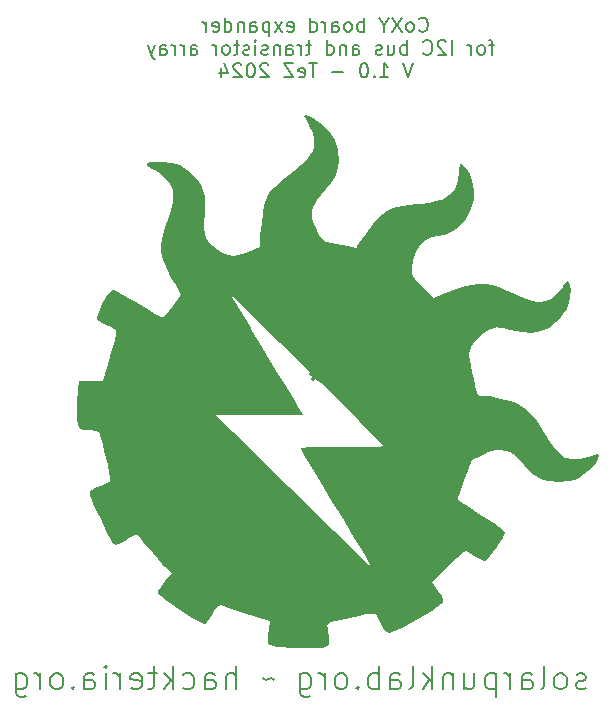
<source format=gbr>
%TF.GenerationSoftware,KiCad,Pcbnew,7.0.8*%
%TF.CreationDate,2024-02-29T15:37:24+01:00*%
%TF.ProjectId,COXY-V2,434f5859-2d56-4322-9e6b-696361645f70,rev?*%
%TF.SameCoordinates,Original*%
%TF.FileFunction,Legend,Bot*%
%TF.FilePolarity,Positive*%
%FSLAX46Y46*%
G04 Gerber Fmt 4.6, Leading zero omitted, Abs format (unit mm)*
G04 Created by KiCad (PCBNEW 7.0.8) date 2024-02-29 15:37:24*
%MOMM*%
%LPD*%
G01*
G04 APERTURE LIST*
%ADD10C,0.150000*%
%ADD11C,0.300000*%
G04 APERTURE END LIST*
D10*
X172990477Y-91052200D02*
X172800001Y-91147438D01*
X172800001Y-91147438D02*
X172419049Y-91147438D01*
X172419049Y-91147438D02*
X172228572Y-91052200D01*
X172228572Y-91052200D02*
X172133334Y-90861723D01*
X172133334Y-90861723D02*
X172133334Y-90766485D01*
X172133334Y-90766485D02*
X172228572Y-90576009D01*
X172228572Y-90576009D02*
X172419049Y-90480771D01*
X172419049Y-90480771D02*
X172704763Y-90480771D01*
X172704763Y-90480771D02*
X172895239Y-90385533D01*
X172895239Y-90385533D02*
X172990477Y-90195057D01*
X172990477Y-90195057D02*
X172990477Y-90099819D01*
X172990477Y-90099819D02*
X172895239Y-89909342D01*
X172895239Y-89909342D02*
X172704763Y-89814104D01*
X172704763Y-89814104D02*
X172419049Y-89814104D01*
X172419049Y-89814104D02*
X172228572Y-89909342D01*
X170990477Y-91147438D02*
X171180953Y-91052200D01*
X171180953Y-91052200D02*
X171276191Y-90956961D01*
X171276191Y-90956961D02*
X171371429Y-90766485D01*
X171371429Y-90766485D02*
X171371429Y-90195057D01*
X171371429Y-90195057D02*
X171276191Y-90004580D01*
X171276191Y-90004580D02*
X171180953Y-89909342D01*
X171180953Y-89909342D02*
X170990477Y-89814104D01*
X170990477Y-89814104D02*
X170704762Y-89814104D01*
X170704762Y-89814104D02*
X170514286Y-89909342D01*
X170514286Y-89909342D02*
X170419048Y-90004580D01*
X170419048Y-90004580D02*
X170323810Y-90195057D01*
X170323810Y-90195057D02*
X170323810Y-90766485D01*
X170323810Y-90766485D02*
X170419048Y-90956961D01*
X170419048Y-90956961D02*
X170514286Y-91052200D01*
X170514286Y-91052200D02*
X170704762Y-91147438D01*
X170704762Y-91147438D02*
X170990477Y-91147438D01*
X169180953Y-91147438D02*
X169371429Y-91052200D01*
X169371429Y-91052200D02*
X169466667Y-90861723D01*
X169466667Y-90861723D02*
X169466667Y-89147438D01*
X167561905Y-91147438D02*
X167561905Y-90099819D01*
X167561905Y-90099819D02*
X167657143Y-89909342D01*
X167657143Y-89909342D02*
X167847619Y-89814104D01*
X167847619Y-89814104D02*
X168228572Y-89814104D01*
X168228572Y-89814104D02*
X168419048Y-89909342D01*
X167561905Y-91052200D02*
X167752381Y-91147438D01*
X167752381Y-91147438D02*
X168228572Y-91147438D01*
X168228572Y-91147438D02*
X168419048Y-91052200D01*
X168419048Y-91052200D02*
X168514286Y-90861723D01*
X168514286Y-90861723D02*
X168514286Y-90671247D01*
X168514286Y-90671247D02*
X168419048Y-90480771D01*
X168419048Y-90480771D02*
X168228572Y-90385533D01*
X168228572Y-90385533D02*
X167752381Y-90385533D01*
X167752381Y-90385533D02*
X167561905Y-90290295D01*
X166609524Y-91147438D02*
X166609524Y-89814104D01*
X166609524Y-90195057D02*
X166514286Y-90004580D01*
X166514286Y-90004580D02*
X166419048Y-89909342D01*
X166419048Y-89909342D02*
X166228572Y-89814104D01*
X166228572Y-89814104D02*
X166038095Y-89814104D01*
X165371429Y-89814104D02*
X165371429Y-91814104D01*
X165371429Y-89909342D02*
X165180953Y-89814104D01*
X165180953Y-89814104D02*
X164800000Y-89814104D01*
X164800000Y-89814104D02*
X164609524Y-89909342D01*
X164609524Y-89909342D02*
X164514286Y-90004580D01*
X164514286Y-90004580D02*
X164419048Y-90195057D01*
X164419048Y-90195057D02*
X164419048Y-90766485D01*
X164419048Y-90766485D02*
X164514286Y-90956961D01*
X164514286Y-90956961D02*
X164609524Y-91052200D01*
X164609524Y-91052200D02*
X164800000Y-91147438D01*
X164800000Y-91147438D02*
X165180953Y-91147438D01*
X165180953Y-91147438D02*
X165371429Y-91052200D01*
X162704762Y-89814104D02*
X162704762Y-91147438D01*
X163561905Y-89814104D02*
X163561905Y-90861723D01*
X163561905Y-90861723D02*
X163466667Y-91052200D01*
X163466667Y-91052200D02*
X163276191Y-91147438D01*
X163276191Y-91147438D02*
X162990476Y-91147438D01*
X162990476Y-91147438D02*
X162800000Y-91052200D01*
X162800000Y-91052200D02*
X162704762Y-90956961D01*
X161752381Y-89814104D02*
X161752381Y-91147438D01*
X161752381Y-90004580D02*
X161657143Y-89909342D01*
X161657143Y-89909342D02*
X161466667Y-89814104D01*
X161466667Y-89814104D02*
X161180952Y-89814104D01*
X161180952Y-89814104D02*
X160990476Y-89909342D01*
X160990476Y-89909342D02*
X160895238Y-90099819D01*
X160895238Y-90099819D02*
X160895238Y-91147438D01*
X159942857Y-91147438D02*
X159942857Y-89147438D01*
X159752381Y-90385533D02*
X159180952Y-91147438D01*
X159180952Y-89814104D02*
X159942857Y-90576009D01*
X158038095Y-91147438D02*
X158228571Y-91052200D01*
X158228571Y-91052200D02*
X158323809Y-90861723D01*
X158323809Y-90861723D02*
X158323809Y-89147438D01*
X156419047Y-91147438D02*
X156419047Y-90099819D01*
X156419047Y-90099819D02*
X156514285Y-89909342D01*
X156514285Y-89909342D02*
X156704761Y-89814104D01*
X156704761Y-89814104D02*
X157085714Y-89814104D01*
X157085714Y-89814104D02*
X157276190Y-89909342D01*
X156419047Y-91052200D02*
X156609523Y-91147438D01*
X156609523Y-91147438D02*
X157085714Y-91147438D01*
X157085714Y-91147438D02*
X157276190Y-91052200D01*
X157276190Y-91052200D02*
X157371428Y-90861723D01*
X157371428Y-90861723D02*
X157371428Y-90671247D01*
X157371428Y-90671247D02*
X157276190Y-90480771D01*
X157276190Y-90480771D02*
X157085714Y-90385533D01*
X157085714Y-90385533D02*
X156609523Y-90385533D01*
X156609523Y-90385533D02*
X156419047Y-90290295D01*
X155466666Y-91147438D02*
X155466666Y-89147438D01*
X155466666Y-89909342D02*
X155276190Y-89814104D01*
X155276190Y-89814104D02*
X154895237Y-89814104D01*
X154895237Y-89814104D02*
X154704761Y-89909342D01*
X154704761Y-89909342D02*
X154609523Y-90004580D01*
X154609523Y-90004580D02*
X154514285Y-90195057D01*
X154514285Y-90195057D02*
X154514285Y-90766485D01*
X154514285Y-90766485D02*
X154609523Y-90956961D01*
X154609523Y-90956961D02*
X154704761Y-91052200D01*
X154704761Y-91052200D02*
X154895237Y-91147438D01*
X154895237Y-91147438D02*
X155276190Y-91147438D01*
X155276190Y-91147438D02*
X155466666Y-91052200D01*
X153657142Y-90956961D02*
X153561904Y-91052200D01*
X153561904Y-91052200D02*
X153657142Y-91147438D01*
X153657142Y-91147438D02*
X153752380Y-91052200D01*
X153752380Y-91052200D02*
X153657142Y-90956961D01*
X153657142Y-90956961D02*
X153657142Y-91147438D01*
X152419047Y-91147438D02*
X152609523Y-91052200D01*
X152609523Y-91052200D02*
X152704761Y-90956961D01*
X152704761Y-90956961D02*
X152799999Y-90766485D01*
X152799999Y-90766485D02*
X152799999Y-90195057D01*
X152799999Y-90195057D02*
X152704761Y-90004580D01*
X152704761Y-90004580D02*
X152609523Y-89909342D01*
X152609523Y-89909342D02*
X152419047Y-89814104D01*
X152419047Y-89814104D02*
X152133332Y-89814104D01*
X152133332Y-89814104D02*
X151942856Y-89909342D01*
X151942856Y-89909342D02*
X151847618Y-90004580D01*
X151847618Y-90004580D02*
X151752380Y-90195057D01*
X151752380Y-90195057D02*
X151752380Y-90766485D01*
X151752380Y-90766485D02*
X151847618Y-90956961D01*
X151847618Y-90956961D02*
X151942856Y-91052200D01*
X151942856Y-91052200D02*
X152133332Y-91147438D01*
X152133332Y-91147438D02*
X152419047Y-91147438D01*
X150895237Y-91147438D02*
X150895237Y-89814104D01*
X150895237Y-90195057D02*
X150799999Y-90004580D01*
X150799999Y-90004580D02*
X150704761Y-89909342D01*
X150704761Y-89909342D02*
X150514285Y-89814104D01*
X150514285Y-89814104D02*
X150323808Y-89814104D01*
X148799999Y-89814104D02*
X148799999Y-91433152D01*
X148799999Y-91433152D02*
X148895237Y-91623628D01*
X148895237Y-91623628D02*
X148990475Y-91718866D01*
X148990475Y-91718866D02*
X149180952Y-91814104D01*
X149180952Y-91814104D02*
X149466666Y-91814104D01*
X149466666Y-91814104D02*
X149657142Y-91718866D01*
X148799999Y-91052200D02*
X148990475Y-91147438D01*
X148990475Y-91147438D02*
X149371428Y-91147438D01*
X149371428Y-91147438D02*
X149561904Y-91052200D01*
X149561904Y-91052200D02*
X149657142Y-90956961D01*
X149657142Y-90956961D02*
X149752380Y-90766485D01*
X149752380Y-90766485D02*
X149752380Y-90195057D01*
X149752380Y-90195057D02*
X149657142Y-90004580D01*
X149657142Y-90004580D02*
X149561904Y-89909342D01*
X149561904Y-89909342D02*
X149371428Y-89814104D01*
X149371428Y-89814104D02*
X148990475Y-89814104D01*
X148990475Y-89814104D02*
X148799999Y-89909342D01*
X146609522Y-90385533D02*
X146514284Y-90290295D01*
X146514284Y-90290295D02*
X146323808Y-90195057D01*
X146323808Y-90195057D02*
X145942856Y-90385533D01*
X145942856Y-90385533D02*
X145752379Y-90290295D01*
X145752379Y-90290295D02*
X145657141Y-90195057D01*
X143371427Y-91147438D02*
X143371427Y-89147438D01*
X142514284Y-91147438D02*
X142514284Y-90099819D01*
X142514284Y-90099819D02*
X142609522Y-89909342D01*
X142609522Y-89909342D02*
X142799998Y-89814104D01*
X142799998Y-89814104D02*
X143085713Y-89814104D01*
X143085713Y-89814104D02*
X143276189Y-89909342D01*
X143276189Y-89909342D02*
X143371427Y-90004580D01*
X140704760Y-91147438D02*
X140704760Y-90099819D01*
X140704760Y-90099819D02*
X140799998Y-89909342D01*
X140799998Y-89909342D02*
X140990474Y-89814104D01*
X140990474Y-89814104D02*
X141371427Y-89814104D01*
X141371427Y-89814104D02*
X141561903Y-89909342D01*
X140704760Y-91052200D02*
X140895236Y-91147438D01*
X140895236Y-91147438D02*
X141371427Y-91147438D01*
X141371427Y-91147438D02*
X141561903Y-91052200D01*
X141561903Y-91052200D02*
X141657141Y-90861723D01*
X141657141Y-90861723D02*
X141657141Y-90671247D01*
X141657141Y-90671247D02*
X141561903Y-90480771D01*
X141561903Y-90480771D02*
X141371427Y-90385533D01*
X141371427Y-90385533D02*
X140895236Y-90385533D01*
X140895236Y-90385533D02*
X140704760Y-90290295D01*
X138895236Y-91052200D02*
X139085712Y-91147438D01*
X139085712Y-91147438D02*
X139466665Y-91147438D01*
X139466665Y-91147438D02*
X139657141Y-91052200D01*
X139657141Y-91052200D02*
X139752379Y-90956961D01*
X139752379Y-90956961D02*
X139847617Y-90766485D01*
X139847617Y-90766485D02*
X139847617Y-90195057D01*
X139847617Y-90195057D02*
X139752379Y-90004580D01*
X139752379Y-90004580D02*
X139657141Y-89909342D01*
X139657141Y-89909342D02*
X139466665Y-89814104D01*
X139466665Y-89814104D02*
X139085712Y-89814104D01*
X139085712Y-89814104D02*
X138895236Y-89909342D01*
X138038093Y-91147438D02*
X138038093Y-89147438D01*
X137847617Y-90385533D02*
X137276188Y-91147438D01*
X137276188Y-89814104D02*
X138038093Y-90576009D01*
X136704759Y-89814104D02*
X135942855Y-89814104D01*
X136419045Y-89147438D02*
X136419045Y-90861723D01*
X136419045Y-90861723D02*
X136323807Y-91052200D01*
X136323807Y-91052200D02*
X136133331Y-91147438D01*
X136133331Y-91147438D02*
X135942855Y-91147438D01*
X134514283Y-91052200D02*
X134704759Y-91147438D01*
X134704759Y-91147438D02*
X135085712Y-91147438D01*
X135085712Y-91147438D02*
X135276188Y-91052200D01*
X135276188Y-91052200D02*
X135371426Y-90861723D01*
X135371426Y-90861723D02*
X135371426Y-90099819D01*
X135371426Y-90099819D02*
X135276188Y-89909342D01*
X135276188Y-89909342D02*
X135085712Y-89814104D01*
X135085712Y-89814104D02*
X134704759Y-89814104D01*
X134704759Y-89814104D02*
X134514283Y-89909342D01*
X134514283Y-89909342D02*
X134419045Y-90099819D01*
X134419045Y-90099819D02*
X134419045Y-90290295D01*
X134419045Y-90290295D02*
X135371426Y-90480771D01*
X133561902Y-91147438D02*
X133561902Y-89814104D01*
X133561902Y-90195057D02*
X133466664Y-90004580D01*
X133466664Y-90004580D02*
X133371426Y-89909342D01*
X133371426Y-89909342D02*
X133180950Y-89814104D01*
X133180950Y-89814104D02*
X132990473Y-89814104D01*
X132323807Y-91147438D02*
X132323807Y-89814104D01*
X132323807Y-89147438D02*
X132419045Y-89242676D01*
X132419045Y-89242676D02*
X132323807Y-89337914D01*
X132323807Y-89337914D02*
X132228569Y-89242676D01*
X132228569Y-89242676D02*
X132323807Y-89147438D01*
X132323807Y-89147438D02*
X132323807Y-89337914D01*
X130514283Y-91147438D02*
X130514283Y-90099819D01*
X130514283Y-90099819D02*
X130609521Y-89909342D01*
X130609521Y-89909342D02*
X130799997Y-89814104D01*
X130799997Y-89814104D02*
X131180950Y-89814104D01*
X131180950Y-89814104D02*
X131371426Y-89909342D01*
X130514283Y-91052200D02*
X130704759Y-91147438D01*
X130704759Y-91147438D02*
X131180950Y-91147438D01*
X131180950Y-91147438D02*
X131371426Y-91052200D01*
X131371426Y-91052200D02*
X131466664Y-90861723D01*
X131466664Y-90861723D02*
X131466664Y-90671247D01*
X131466664Y-90671247D02*
X131371426Y-90480771D01*
X131371426Y-90480771D02*
X131180950Y-90385533D01*
X131180950Y-90385533D02*
X130704759Y-90385533D01*
X130704759Y-90385533D02*
X130514283Y-90290295D01*
X129561902Y-90956961D02*
X129466664Y-91052200D01*
X129466664Y-91052200D02*
X129561902Y-91147438D01*
X129561902Y-91147438D02*
X129657140Y-91052200D01*
X129657140Y-91052200D02*
X129561902Y-90956961D01*
X129561902Y-90956961D02*
X129561902Y-91147438D01*
X128323807Y-91147438D02*
X128514283Y-91052200D01*
X128514283Y-91052200D02*
X128609521Y-90956961D01*
X128609521Y-90956961D02*
X128704759Y-90766485D01*
X128704759Y-90766485D02*
X128704759Y-90195057D01*
X128704759Y-90195057D02*
X128609521Y-90004580D01*
X128609521Y-90004580D02*
X128514283Y-89909342D01*
X128514283Y-89909342D02*
X128323807Y-89814104D01*
X128323807Y-89814104D02*
X128038092Y-89814104D01*
X128038092Y-89814104D02*
X127847616Y-89909342D01*
X127847616Y-89909342D02*
X127752378Y-90004580D01*
X127752378Y-90004580D02*
X127657140Y-90195057D01*
X127657140Y-90195057D02*
X127657140Y-90766485D01*
X127657140Y-90766485D02*
X127752378Y-90956961D01*
X127752378Y-90956961D02*
X127847616Y-91052200D01*
X127847616Y-91052200D02*
X128038092Y-91147438D01*
X128038092Y-91147438D02*
X128323807Y-91147438D01*
X126799997Y-91147438D02*
X126799997Y-89814104D01*
X126799997Y-90195057D02*
X126704759Y-90004580D01*
X126704759Y-90004580D02*
X126609521Y-89909342D01*
X126609521Y-89909342D02*
X126419045Y-89814104D01*
X126419045Y-89814104D02*
X126228568Y-89814104D01*
X124704759Y-89814104D02*
X124704759Y-91433152D01*
X124704759Y-91433152D02*
X124799997Y-91623628D01*
X124799997Y-91623628D02*
X124895235Y-91718866D01*
X124895235Y-91718866D02*
X125085712Y-91814104D01*
X125085712Y-91814104D02*
X125371426Y-91814104D01*
X125371426Y-91814104D02*
X125561902Y-91718866D01*
X124704759Y-91052200D02*
X124895235Y-91147438D01*
X124895235Y-91147438D02*
X125276188Y-91147438D01*
X125276188Y-91147438D02*
X125466664Y-91052200D01*
X125466664Y-91052200D02*
X125561902Y-90956961D01*
X125561902Y-90956961D02*
X125657140Y-90766485D01*
X125657140Y-90766485D02*
X125657140Y-90195057D01*
X125657140Y-90195057D02*
X125561902Y-90004580D01*
X125561902Y-90004580D02*
X125466664Y-89909342D01*
X125466664Y-89909342D02*
X125276188Y-89814104D01*
X125276188Y-89814104D02*
X124895235Y-89814104D01*
X124895235Y-89814104D02*
X124704759Y-89909342D01*
X158871426Y-35367057D02*
X158928569Y-35424200D01*
X158928569Y-35424200D02*
X159099997Y-35481342D01*
X159099997Y-35481342D02*
X159214283Y-35481342D01*
X159214283Y-35481342D02*
X159385712Y-35424200D01*
X159385712Y-35424200D02*
X159499997Y-35309914D01*
X159499997Y-35309914D02*
X159557140Y-35195628D01*
X159557140Y-35195628D02*
X159614283Y-34967057D01*
X159614283Y-34967057D02*
X159614283Y-34795628D01*
X159614283Y-34795628D02*
X159557140Y-34567057D01*
X159557140Y-34567057D02*
X159499997Y-34452771D01*
X159499997Y-34452771D02*
X159385712Y-34338485D01*
X159385712Y-34338485D02*
X159214283Y-34281342D01*
X159214283Y-34281342D02*
X159099997Y-34281342D01*
X159099997Y-34281342D02*
X158928569Y-34338485D01*
X158928569Y-34338485D02*
X158871426Y-34395628D01*
X158185712Y-35481342D02*
X158299997Y-35424200D01*
X158299997Y-35424200D02*
X158357140Y-35367057D01*
X158357140Y-35367057D02*
X158414283Y-35252771D01*
X158414283Y-35252771D02*
X158414283Y-34909914D01*
X158414283Y-34909914D02*
X158357140Y-34795628D01*
X158357140Y-34795628D02*
X158299997Y-34738485D01*
X158299997Y-34738485D02*
X158185712Y-34681342D01*
X158185712Y-34681342D02*
X158014283Y-34681342D01*
X158014283Y-34681342D02*
X157899997Y-34738485D01*
X157899997Y-34738485D02*
X157842855Y-34795628D01*
X157842855Y-34795628D02*
X157785712Y-34909914D01*
X157785712Y-34909914D02*
X157785712Y-35252771D01*
X157785712Y-35252771D02*
X157842855Y-35367057D01*
X157842855Y-35367057D02*
X157899997Y-35424200D01*
X157899997Y-35424200D02*
X158014283Y-35481342D01*
X158014283Y-35481342D02*
X158185712Y-35481342D01*
X157385712Y-34281342D02*
X156585712Y-35481342D01*
X156585712Y-34281342D02*
X157385712Y-35481342D01*
X155899998Y-34909914D02*
X155899998Y-35481342D01*
X156299998Y-34281342D02*
X155899998Y-34909914D01*
X155899998Y-34909914D02*
X155499998Y-34281342D01*
X154185712Y-35481342D02*
X154185712Y-34281342D01*
X154185712Y-34738485D02*
X154071427Y-34681342D01*
X154071427Y-34681342D02*
X153842855Y-34681342D01*
X153842855Y-34681342D02*
X153728569Y-34738485D01*
X153728569Y-34738485D02*
X153671427Y-34795628D01*
X153671427Y-34795628D02*
X153614284Y-34909914D01*
X153614284Y-34909914D02*
X153614284Y-35252771D01*
X153614284Y-35252771D02*
X153671427Y-35367057D01*
X153671427Y-35367057D02*
X153728569Y-35424200D01*
X153728569Y-35424200D02*
X153842855Y-35481342D01*
X153842855Y-35481342D02*
X154071427Y-35481342D01*
X154071427Y-35481342D02*
X154185712Y-35424200D01*
X152928570Y-35481342D02*
X153042855Y-35424200D01*
X153042855Y-35424200D02*
X153099998Y-35367057D01*
X153099998Y-35367057D02*
X153157141Y-35252771D01*
X153157141Y-35252771D02*
X153157141Y-34909914D01*
X153157141Y-34909914D02*
X153099998Y-34795628D01*
X153099998Y-34795628D02*
X153042855Y-34738485D01*
X153042855Y-34738485D02*
X152928570Y-34681342D01*
X152928570Y-34681342D02*
X152757141Y-34681342D01*
X152757141Y-34681342D02*
X152642855Y-34738485D01*
X152642855Y-34738485D02*
X152585713Y-34795628D01*
X152585713Y-34795628D02*
X152528570Y-34909914D01*
X152528570Y-34909914D02*
X152528570Y-35252771D01*
X152528570Y-35252771D02*
X152585713Y-35367057D01*
X152585713Y-35367057D02*
X152642855Y-35424200D01*
X152642855Y-35424200D02*
X152757141Y-35481342D01*
X152757141Y-35481342D02*
X152928570Y-35481342D01*
X151499999Y-35481342D02*
X151499999Y-34852771D01*
X151499999Y-34852771D02*
X151557141Y-34738485D01*
X151557141Y-34738485D02*
X151671427Y-34681342D01*
X151671427Y-34681342D02*
X151899999Y-34681342D01*
X151899999Y-34681342D02*
X152014284Y-34738485D01*
X151499999Y-35424200D02*
X151614284Y-35481342D01*
X151614284Y-35481342D02*
X151899999Y-35481342D01*
X151899999Y-35481342D02*
X152014284Y-35424200D01*
X152014284Y-35424200D02*
X152071427Y-35309914D01*
X152071427Y-35309914D02*
X152071427Y-35195628D01*
X152071427Y-35195628D02*
X152014284Y-35081342D01*
X152014284Y-35081342D02*
X151899999Y-35024200D01*
X151899999Y-35024200D02*
X151614284Y-35024200D01*
X151614284Y-35024200D02*
X151499999Y-34967057D01*
X150928570Y-35481342D02*
X150928570Y-34681342D01*
X150928570Y-34909914D02*
X150871427Y-34795628D01*
X150871427Y-34795628D02*
X150814285Y-34738485D01*
X150814285Y-34738485D02*
X150699999Y-34681342D01*
X150699999Y-34681342D02*
X150585713Y-34681342D01*
X149671428Y-35481342D02*
X149671428Y-34281342D01*
X149671428Y-35424200D02*
X149785713Y-35481342D01*
X149785713Y-35481342D02*
X150014285Y-35481342D01*
X150014285Y-35481342D02*
X150128570Y-35424200D01*
X150128570Y-35424200D02*
X150185713Y-35367057D01*
X150185713Y-35367057D02*
X150242856Y-35252771D01*
X150242856Y-35252771D02*
X150242856Y-34909914D01*
X150242856Y-34909914D02*
X150185713Y-34795628D01*
X150185713Y-34795628D02*
X150128570Y-34738485D01*
X150128570Y-34738485D02*
X150014285Y-34681342D01*
X150014285Y-34681342D02*
X149785713Y-34681342D01*
X149785713Y-34681342D02*
X149671428Y-34738485D01*
X147728570Y-35424200D02*
X147842856Y-35481342D01*
X147842856Y-35481342D02*
X148071428Y-35481342D01*
X148071428Y-35481342D02*
X148185713Y-35424200D01*
X148185713Y-35424200D02*
X148242856Y-35309914D01*
X148242856Y-35309914D02*
X148242856Y-34852771D01*
X148242856Y-34852771D02*
X148185713Y-34738485D01*
X148185713Y-34738485D02*
X148071428Y-34681342D01*
X148071428Y-34681342D02*
X147842856Y-34681342D01*
X147842856Y-34681342D02*
X147728570Y-34738485D01*
X147728570Y-34738485D02*
X147671428Y-34852771D01*
X147671428Y-34852771D02*
X147671428Y-34967057D01*
X147671428Y-34967057D02*
X148242856Y-35081342D01*
X147271428Y-35481342D02*
X146642857Y-34681342D01*
X147271428Y-34681342D02*
X146642857Y-35481342D01*
X146185713Y-34681342D02*
X146185713Y-35881342D01*
X146185713Y-34738485D02*
X146071428Y-34681342D01*
X146071428Y-34681342D02*
X145842856Y-34681342D01*
X145842856Y-34681342D02*
X145728570Y-34738485D01*
X145728570Y-34738485D02*
X145671428Y-34795628D01*
X145671428Y-34795628D02*
X145614285Y-34909914D01*
X145614285Y-34909914D02*
X145614285Y-35252771D01*
X145614285Y-35252771D02*
X145671428Y-35367057D01*
X145671428Y-35367057D02*
X145728570Y-35424200D01*
X145728570Y-35424200D02*
X145842856Y-35481342D01*
X145842856Y-35481342D02*
X146071428Y-35481342D01*
X146071428Y-35481342D02*
X146185713Y-35424200D01*
X144585714Y-35481342D02*
X144585714Y-34852771D01*
X144585714Y-34852771D02*
X144642856Y-34738485D01*
X144642856Y-34738485D02*
X144757142Y-34681342D01*
X144757142Y-34681342D02*
X144985714Y-34681342D01*
X144985714Y-34681342D02*
X145099999Y-34738485D01*
X144585714Y-35424200D02*
X144699999Y-35481342D01*
X144699999Y-35481342D02*
X144985714Y-35481342D01*
X144985714Y-35481342D02*
X145099999Y-35424200D01*
X145099999Y-35424200D02*
X145157142Y-35309914D01*
X145157142Y-35309914D02*
X145157142Y-35195628D01*
X145157142Y-35195628D02*
X145099999Y-35081342D01*
X145099999Y-35081342D02*
X144985714Y-35024200D01*
X144985714Y-35024200D02*
X144699999Y-35024200D01*
X144699999Y-35024200D02*
X144585714Y-34967057D01*
X144014285Y-34681342D02*
X144014285Y-35481342D01*
X144014285Y-34795628D02*
X143957142Y-34738485D01*
X143957142Y-34738485D02*
X143842857Y-34681342D01*
X143842857Y-34681342D02*
X143671428Y-34681342D01*
X143671428Y-34681342D02*
X143557142Y-34738485D01*
X143557142Y-34738485D02*
X143500000Y-34852771D01*
X143500000Y-34852771D02*
X143500000Y-35481342D01*
X142414286Y-35481342D02*
X142414286Y-34281342D01*
X142414286Y-35424200D02*
X142528571Y-35481342D01*
X142528571Y-35481342D02*
X142757143Y-35481342D01*
X142757143Y-35481342D02*
X142871428Y-35424200D01*
X142871428Y-35424200D02*
X142928571Y-35367057D01*
X142928571Y-35367057D02*
X142985714Y-35252771D01*
X142985714Y-35252771D02*
X142985714Y-34909914D01*
X142985714Y-34909914D02*
X142928571Y-34795628D01*
X142928571Y-34795628D02*
X142871428Y-34738485D01*
X142871428Y-34738485D02*
X142757143Y-34681342D01*
X142757143Y-34681342D02*
X142528571Y-34681342D01*
X142528571Y-34681342D02*
X142414286Y-34738485D01*
X141385714Y-35424200D02*
X141500000Y-35481342D01*
X141500000Y-35481342D02*
X141728572Y-35481342D01*
X141728572Y-35481342D02*
X141842857Y-35424200D01*
X141842857Y-35424200D02*
X141900000Y-35309914D01*
X141900000Y-35309914D02*
X141900000Y-34852771D01*
X141900000Y-34852771D02*
X141842857Y-34738485D01*
X141842857Y-34738485D02*
X141728572Y-34681342D01*
X141728572Y-34681342D02*
X141500000Y-34681342D01*
X141500000Y-34681342D02*
X141385714Y-34738485D01*
X141385714Y-34738485D02*
X141328572Y-34852771D01*
X141328572Y-34852771D02*
X141328572Y-34967057D01*
X141328572Y-34967057D02*
X141900000Y-35081342D01*
X140814286Y-35481342D02*
X140814286Y-34681342D01*
X140814286Y-34909914D02*
X140757143Y-34795628D01*
X140757143Y-34795628D02*
X140700001Y-34738485D01*
X140700001Y-34738485D02*
X140585715Y-34681342D01*
X140585715Y-34681342D02*
X140471429Y-34681342D01*
X165242856Y-36613342D02*
X164785713Y-36613342D01*
X165071427Y-37413342D02*
X165071427Y-36384771D01*
X165071427Y-36384771D02*
X165014284Y-36270485D01*
X165014284Y-36270485D02*
X164899999Y-36213342D01*
X164899999Y-36213342D02*
X164785713Y-36213342D01*
X164214285Y-37413342D02*
X164328570Y-37356200D01*
X164328570Y-37356200D02*
X164385713Y-37299057D01*
X164385713Y-37299057D02*
X164442856Y-37184771D01*
X164442856Y-37184771D02*
X164442856Y-36841914D01*
X164442856Y-36841914D02*
X164385713Y-36727628D01*
X164385713Y-36727628D02*
X164328570Y-36670485D01*
X164328570Y-36670485D02*
X164214285Y-36613342D01*
X164214285Y-36613342D02*
X164042856Y-36613342D01*
X164042856Y-36613342D02*
X163928570Y-36670485D01*
X163928570Y-36670485D02*
X163871428Y-36727628D01*
X163871428Y-36727628D02*
X163814285Y-36841914D01*
X163814285Y-36841914D02*
X163814285Y-37184771D01*
X163814285Y-37184771D02*
X163871428Y-37299057D01*
X163871428Y-37299057D02*
X163928570Y-37356200D01*
X163928570Y-37356200D02*
X164042856Y-37413342D01*
X164042856Y-37413342D02*
X164214285Y-37413342D01*
X163299999Y-37413342D02*
X163299999Y-36613342D01*
X163299999Y-36841914D02*
X163242856Y-36727628D01*
X163242856Y-36727628D02*
X163185714Y-36670485D01*
X163185714Y-36670485D02*
X163071428Y-36613342D01*
X163071428Y-36613342D02*
X162957142Y-36613342D01*
X161642856Y-37413342D02*
X161642856Y-36213342D01*
X161128570Y-36327628D02*
X161071427Y-36270485D01*
X161071427Y-36270485D02*
X160957142Y-36213342D01*
X160957142Y-36213342D02*
X160671427Y-36213342D01*
X160671427Y-36213342D02*
X160557142Y-36270485D01*
X160557142Y-36270485D02*
X160499999Y-36327628D01*
X160499999Y-36327628D02*
X160442856Y-36441914D01*
X160442856Y-36441914D02*
X160442856Y-36556200D01*
X160442856Y-36556200D02*
X160499999Y-36727628D01*
X160499999Y-36727628D02*
X161185713Y-37413342D01*
X161185713Y-37413342D02*
X160442856Y-37413342D01*
X159242856Y-37299057D02*
X159299999Y-37356200D01*
X159299999Y-37356200D02*
X159471427Y-37413342D01*
X159471427Y-37413342D02*
X159585713Y-37413342D01*
X159585713Y-37413342D02*
X159757142Y-37356200D01*
X159757142Y-37356200D02*
X159871427Y-37241914D01*
X159871427Y-37241914D02*
X159928570Y-37127628D01*
X159928570Y-37127628D02*
X159985713Y-36899057D01*
X159985713Y-36899057D02*
X159985713Y-36727628D01*
X159985713Y-36727628D02*
X159928570Y-36499057D01*
X159928570Y-36499057D02*
X159871427Y-36384771D01*
X159871427Y-36384771D02*
X159757142Y-36270485D01*
X159757142Y-36270485D02*
X159585713Y-36213342D01*
X159585713Y-36213342D02*
X159471427Y-36213342D01*
X159471427Y-36213342D02*
X159299999Y-36270485D01*
X159299999Y-36270485D02*
X159242856Y-36327628D01*
X157814284Y-37413342D02*
X157814284Y-36213342D01*
X157814284Y-36670485D02*
X157699999Y-36613342D01*
X157699999Y-36613342D02*
X157471427Y-36613342D01*
X157471427Y-36613342D02*
X157357141Y-36670485D01*
X157357141Y-36670485D02*
X157299999Y-36727628D01*
X157299999Y-36727628D02*
X157242856Y-36841914D01*
X157242856Y-36841914D02*
X157242856Y-37184771D01*
X157242856Y-37184771D02*
X157299999Y-37299057D01*
X157299999Y-37299057D02*
X157357141Y-37356200D01*
X157357141Y-37356200D02*
X157471427Y-37413342D01*
X157471427Y-37413342D02*
X157699999Y-37413342D01*
X157699999Y-37413342D02*
X157814284Y-37356200D01*
X156214285Y-36613342D02*
X156214285Y-37413342D01*
X156728570Y-36613342D02*
X156728570Y-37241914D01*
X156728570Y-37241914D02*
X156671427Y-37356200D01*
X156671427Y-37356200D02*
X156557142Y-37413342D01*
X156557142Y-37413342D02*
X156385713Y-37413342D01*
X156385713Y-37413342D02*
X156271427Y-37356200D01*
X156271427Y-37356200D02*
X156214285Y-37299057D01*
X155699999Y-37356200D02*
X155585713Y-37413342D01*
X155585713Y-37413342D02*
X155357142Y-37413342D01*
X155357142Y-37413342D02*
X155242856Y-37356200D01*
X155242856Y-37356200D02*
X155185713Y-37241914D01*
X155185713Y-37241914D02*
X155185713Y-37184771D01*
X155185713Y-37184771D02*
X155242856Y-37070485D01*
X155242856Y-37070485D02*
X155357142Y-37013342D01*
X155357142Y-37013342D02*
X155528571Y-37013342D01*
X155528571Y-37013342D02*
X155642856Y-36956200D01*
X155642856Y-36956200D02*
X155699999Y-36841914D01*
X155699999Y-36841914D02*
X155699999Y-36784771D01*
X155699999Y-36784771D02*
X155642856Y-36670485D01*
X155642856Y-36670485D02*
X155528571Y-36613342D01*
X155528571Y-36613342D02*
X155357142Y-36613342D01*
X155357142Y-36613342D02*
X155242856Y-36670485D01*
X153242856Y-37413342D02*
X153242856Y-36784771D01*
X153242856Y-36784771D02*
X153299998Y-36670485D01*
X153299998Y-36670485D02*
X153414284Y-36613342D01*
X153414284Y-36613342D02*
X153642856Y-36613342D01*
X153642856Y-36613342D02*
X153757141Y-36670485D01*
X153242856Y-37356200D02*
X153357141Y-37413342D01*
X153357141Y-37413342D02*
X153642856Y-37413342D01*
X153642856Y-37413342D02*
X153757141Y-37356200D01*
X153757141Y-37356200D02*
X153814284Y-37241914D01*
X153814284Y-37241914D02*
X153814284Y-37127628D01*
X153814284Y-37127628D02*
X153757141Y-37013342D01*
X153757141Y-37013342D02*
X153642856Y-36956200D01*
X153642856Y-36956200D02*
X153357141Y-36956200D01*
X153357141Y-36956200D02*
X153242856Y-36899057D01*
X152671427Y-36613342D02*
X152671427Y-37413342D01*
X152671427Y-36727628D02*
X152614284Y-36670485D01*
X152614284Y-36670485D02*
X152499999Y-36613342D01*
X152499999Y-36613342D02*
X152328570Y-36613342D01*
X152328570Y-36613342D02*
X152214284Y-36670485D01*
X152214284Y-36670485D02*
X152157142Y-36784771D01*
X152157142Y-36784771D02*
X152157142Y-37413342D01*
X151071428Y-37413342D02*
X151071428Y-36213342D01*
X151071428Y-37356200D02*
X151185713Y-37413342D01*
X151185713Y-37413342D02*
X151414285Y-37413342D01*
X151414285Y-37413342D02*
X151528570Y-37356200D01*
X151528570Y-37356200D02*
X151585713Y-37299057D01*
X151585713Y-37299057D02*
X151642856Y-37184771D01*
X151642856Y-37184771D02*
X151642856Y-36841914D01*
X151642856Y-36841914D02*
X151585713Y-36727628D01*
X151585713Y-36727628D02*
X151528570Y-36670485D01*
X151528570Y-36670485D02*
X151414285Y-36613342D01*
X151414285Y-36613342D02*
X151185713Y-36613342D01*
X151185713Y-36613342D02*
X151071428Y-36670485D01*
X149757142Y-36613342D02*
X149299999Y-36613342D01*
X149585713Y-36213342D02*
X149585713Y-37241914D01*
X149585713Y-37241914D02*
X149528570Y-37356200D01*
X149528570Y-37356200D02*
X149414285Y-37413342D01*
X149414285Y-37413342D02*
X149299999Y-37413342D01*
X148899999Y-37413342D02*
X148899999Y-36613342D01*
X148899999Y-36841914D02*
X148842856Y-36727628D01*
X148842856Y-36727628D02*
X148785714Y-36670485D01*
X148785714Y-36670485D02*
X148671428Y-36613342D01*
X148671428Y-36613342D02*
X148557142Y-36613342D01*
X147642857Y-37413342D02*
X147642857Y-36784771D01*
X147642857Y-36784771D02*
X147699999Y-36670485D01*
X147699999Y-36670485D02*
X147814285Y-36613342D01*
X147814285Y-36613342D02*
X148042857Y-36613342D01*
X148042857Y-36613342D02*
X148157142Y-36670485D01*
X147642857Y-37356200D02*
X147757142Y-37413342D01*
X147757142Y-37413342D02*
X148042857Y-37413342D01*
X148042857Y-37413342D02*
X148157142Y-37356200D01*
X148157142Y-37356200D02*
X148214285Y-37241914D01*
X148214285Y-37241914D02*
X148214285Y-37127628D01*
X148214285Y-37127628D02*
X148157142Y-37013342D01*
X148157142Y-37013342D02*
X148042857Y-36956200D01*
X148042857Y-36956200D02*
X147757142Y-36956200D01*
X147757142Y-36956200D02*
X147642857Y-36899057D01*
X147071428Y-36613342D02*
X147071428Y-37413342D01*
X147071428Y-36727628D02*
X147014285Y-36670485D01*
X147014285Y-36670485D02*
X146900000Y-36613342D01*
X146900000Y-36613342D02*
X146728571Y-36613342D01*
X146728571Y-36613342D02*
X146614285Y-36670485D01*
X146614285Y-36670485D02*
X146557143Y-36784771D01*
X146557143Y-36784771D02*
X146557143Y-37413342D01*
X146042857Y-37356200D02*
X145928571Y-37413342D01*
X145928571Y-37413342D02*
X145700000Y-37413342D01*
X145700000Y-37413342D02*
X145585714Y-37356200D01*
X145585714Y-37356200D02*
X145528571Y-37241914D01*
X145528571Y-37241914D02*
X145528571Y-37184771D01*
X145528571Y-37184771D02*
X145585714Y-37070485D01*
X145585714Y-37070485D02*
X145700000Y-37013342D01*
X145700000Y-37013342D02*
X145871429Y-37013342D01*
X145871429Y-37013342D02*
X145985714Y-36956200D01*
X145985714Y-36956200D02*
X146042857Y-36841914D01*
X146042857Y-36841914D02*
X146042857Y-36784771D01*
X146042857Y-36784771D02*
X145985714Y-36670485D01*
X145985714Y-36670485D02*
X145871429Y-36613342D01*
X145871429Y-36613342D02*
X145700000Y-36613342D01*
X145700000Y-36613342D02*
X145585714Y-36670485D01*
X145014285Y-37413342D02*
X145014285Y-36613342D01*
X145014285Y-36213342D02*
X145071428Y-36270485D01*
X145071428Y-36270485D02*
X145014285Y-36327628D01*
X145014285Y-36327628D02*
X144957142Y-36270485D01*
X144957142Y-36270485D02*
X145014285Y-36213342D01*
X145014285Y-36213342D02*
X145014285Y-36327628D01*
X144499999Y-37356200D02*
X144385713Y-37413342D01*
X144385713Y-37413342D02*
X144157142Y-37413342D01*
X144157142Y-37413342D02*
X144042856Y-37356200D01*
X144042856Y-37356200D02*
X143985713Y-37241914D01*
X143985713Y-37241914D02*
X143985713Y-37184771D01*
X143985713Y-37184771D02*
X144042856Y-37070485D01*
X144042856Y-37070485D02*
X144157142Y-37013342D01*
X144157142Y-37013342D02*
X144328571Y-37013342D01*
X144328571Y-37013342D02*
X144442856Y-36956200D01*
X144442856Y-36956200D02*
X144499999Y-36841914D01*
X144499999Y-36841914D02*
X144499999Y-36784771D01*
X144499999Y-36784771D02*
X144442856Y-36670485D01*
X144442856Y-36670485D02*
X144328571Y-36613342D01*
X144328571Y-36613342D02*
X144157142Y-36613342D01*
X144157142Y-36613342D02*
X144042856Y-36670485D01*
X143642856Y-36613342D02*
X143185713Y-36613342D01*
X143471427Y-36213342D02*
X143471427Y-37241914D01*
X143471427Y-37241914D02*
X143414284Y-37356200D01*
X143414284Y-37356200D02*
X143299999Y-37413342D01*
X143299999Y-37413342D02*
X143185713Y-37413342D01*
X142614285Y-37413342D02*
X142728570Y-37356200D01*
X142728570Y-37356200D02*
X142785713Y-37299057D01*
X142785713Y-37299057D02*
X142842856Y-37184771D01*
X142842856Y-37184771D02*
X142842856Y-36841914D01*
X142842856Y-36841914D02*
X142785713Y-36727628D01*
X142785713Y-36727628D02*
X142728570Y-36670485D01*
X142728570Y-36670485D02*
X142614285Y-36613342D01*
X142614285Y-36613342D02*
X142442856Y-36613342D01*
X142442856Y-36613342D02*
X142328570Y-36670485D01*
X142328570Y-36670485D02*
X142271428Y-36727628D01*
X142271428Y-36727628D02*
X142214285Y-36841914D01*
X142214285Y-36841914D02*
X142214285Y-37184771D01*
X142214285Y-37184771D02*
X142271428Y-37299057D01*
X142271428Y-37299057D02*
X142328570Y-37356200D01*
X142328570Y-37356200D02*
X142442856Y-37413342D01*
X142442856Y-37413342D02*
X142614285Y-37413342D01*
X141699999Y-37413342D02*
X141699999Y-36613342D01*
X141699999Y-36841914D02*
X141642856Y-36727628D01*
X141642856Y-36727628D02*
X141585714Y-36670485D01*
X141585714Y-36670485D02*
X141471428Y-36613342D01*
X141471428Y-36613342D02*
X141357142Y-36613342D01*
X139528571Y-37413342D02*
X139528571Y-36784771D01*
X139528571Y-36784771D02*
X139585713Y-36670485D01*
X139585713Y-36670485D02*
X139699999Y-36613342D01*
X139699999Y-36613342D02*
X139928571Y-36613342D01*
X139928571Y-36613342D02*
X140042856Y-36670485D01*
X139528571Y-37356200D02*
X139642856Y-37413342D01*
X139642856Y-37413342D02*
X139928571Y-37413342D01*
X139928571Y-37413342D02*
X140042856Y-37356200D01*
X140042856Y-37356200D02*
X140099999Y-37241914D01*
X140099999Y-37241914D02*
X140099999Y-37127628D01*
X140099999Y-37127628D02*
X140042856Y-37013342D01*
X140042856Y-37013342D02*
X139928571Y-36956200D01*
X139928571Y-36956200D02*
X139642856Y-36956200D01*
X139642856Y-36956200D02*
X139528571Y-36899057D01*
X138957142Y-37413342D02*
X138957142Y-36613342D01*
X138957142Y-36841914D02*
X138899999Y-36727628D01*
X138899999Y-36727628D02*
X138842857Y-36670485D01*
X138842857Y-36670485D02*
X138728571Y-36613342D01*
X138728571Y-36613342D02*
X138614285Y-36613342D01*
X138214285Y-37413342D02*
X138214285Y-36613342D01*
X138214285Y-36841914D02*
X138157142Y-36727628D01*
X138157142Y-36727628D02*
X138100000Y-36670485D01*
X138100000Y-36670485D02*
X137985714Y-36613342D01*
X137985714Y-36613342D02*
X137871428Y-36613342D01*
X136957143Y-37413342D02*
X136957143Y-36784771D01*
X136957143Y-36784771D02*
X137014285Y-36670485D01*
X137014285Y-36670485D02*
X137128571Y-36613342D01*
X137128571Y-36613342D02*
X137357143Y-36613342D01*
X137357143Y-36613342D02*
X137471428Y-36670485D01*
X136957143Y-37356200D02*
X137071428Y-37413342D01*
X137071428Y-37413342D02*
X137357143Y-37413342D01*
X137357143Y-37413342D02*
X137471428Y-37356200D01*
X137471428Y-37356200D02*
X137528571Y-37241914D01*
X137528571Y-37241914D02*
X137528571Y-37127628D01*
X137528571Y-37127628D02*
X137471428Y-37013342D01*
X137471428Y-37013342D02*
X137357143Y-36956200D01*
X137357143Y-36956200D02*
X137071428Y-36956200D01*
X137071428Y-36956200D02*
X136957143Y-36899057D01*
X136500000Y-36613342D02*
X136214286Y-37413342D01*
X135928571Y-36613342D02*
X136214286Y-37413342D01*
X136214286Y-37413342D02*
X136328571Y-37699057D01*
X136328571Y-37699057D02*
X136385714Y-37756200D01*
X136385714Y-37756200D02*
X136500000Y-37813342D01*
X158328571Y-38145342D02*
X157928571Y-39345342D01*
X157928571Y-39345342D02*
X157528571Y-38145342D01*
X155585714Y-39345342D02*
X156271428Y-39345342D01*
X155928571Y-39345342D02*
X155928571Y-38145342D01*
X155928571Y-38145342D02*
X156042857Y-38316771D01*
X156042857Y-38316771D02*
X156157142Y-38431057D01*
X156157142Y-38431057D02*
X156271428Y-38488200D01*
X155071428Y-39231057D02*
X155014285Y-39288200D01*
X155014285Y-39288200D02*
X155071428Y-39345342D01*
X155071428Y-39345342D02*
X155128571Y-39288200D01*
X155128571Y-39288200D02*
X155071428Y-39231057D01*
X155071428Y-39231057D02*
X155071428Y-39345342D01*
X154271428Y-38145342D02*
X154157142Y-38145342D01*
X154157142Y-38145342D02*
X154042856Y-38202485D01*
X154042856Y-38202485D02*
X153985714Y-38259628D01*
X153985714Y-38259628D02*
X153928571Y-38373914D01*
X153928571Y-38373914D02*
X153871428Y-38602485D01*
X153871428Y-38602485D02*
X153871428Y-38888200D01*
X153871428Y-38888200D02*
X153928571Y-39116771D01*
X153928571Y-39116771D02*
X153985714Y-39231057D01*
X153985714Y-39231057D02*
X154042856Y-39288200D01*
X154042856Y-39288200D02*
X154157142Y-39345342D01*
X154157142Y-39345342D02*
X154271428Y-39345342D01*
X154271428Y-39345342D02*
X154385714Y-39288200D01*
X154385714Y-39288200D02*
X154442856Y-39231057D01*
X154442856Y-39231057D02*
X154499999Y-39116771D01*
X154499999Y-39116771D02*
X154557142Y-38888200D01*
X154557142Y-38888200D02*
X154557142Y-38602485D01*
X154557142Y-38602485D02*
X154499999Y-38373914D01*
X154499999Y-38373914D02*
X154442856Y-38259628D01*
X154442856Y-38259628D02*
X154385714Y-38202485D01*
X154385714Y-38202485D02*
X154271428Y-38145342D01*
X152442856Y-38888200D02*
X151528571Y-38888200D01*
X150214285Y-38145342D02*
X149528571Y-38145342D01*
X149871428Y-39345342D02*
X149871428Y-38145342D01*
X148671427Y-39288200D02*
X148785713Y-39345342D01*
X148785713Y-39345342D02*
X149014285Y-39345342D01*
X149014285Y-39345342D02*
X149128570Y-39288200D01*
X149128570Y-39288200D02*
X149185713Y-39173914D01*
X149185713Y-39173914D02*
X149185713Y-38716771D01*
X149185713Y-38716771D02*
X149128570Y-38602485D01*
X149128570Y-38602485D02*
X149014285Y-38545342D01*
X149014285Y-38545342D02*
X148785713Y-38545342D01*
X148785713Y-38545342D02*
X148671427Y-38602485D01*
X148671427Y-38602485D02*
X148614285Y-38716771D01*
X148614285Y-38716771D02*
X148614285Y-38831057D01*
X148614285Y-38831057D02*
X149185713Y-38945342D01*
X148214285Y-38145342D02*
X147414285Y-38145342D01*
X147414285Y-38145342D02*
X148214285Y-39345342D01*
X148214285Y-39345342D02*
X147414285Y-39345342D01*
X146099999Y-38259628D02*
X146042856Y-38202485D01*
X146042856Y-38202485D02*
X145928571Y-38145342D01*
X145928571Y-38145342D02*
X145642856Y-38145342D01*
X145642856Y-38145342D02*
X145528571Y-38202485D01*
X145528571Y-38202485D02*
X145471428Y-38259628D01*
X145471428Y-38259628D02*
X145414285Y-38373914D01*
X145414285Y-38373914D02*
X145414285Y-38488200D01*
X145414285Y-38488200D02*
X145471428Y-38659628D01*
X145471428Y-38659628D02*
X146157142Y-39345342D01*
X146157142Y-39345342D02*
X145414285Y-39345342D01*
X144671428Y-38145342D02*
X144557142Y-38145342D01*
X144557142Y-38145342D02*
X144442856Y-38202485D01*
X144442856Y-38202485D02*
X144385714Y-38259628D01*
X144385714Y-38259628D02*
X144328571Y-38373914D01*
X144328571Y-38373914D02*
X144271428Y-38602485D01*
X144271428Y-38602485D02*
X144271428Y-38888200D01*
X144271428Y-38888200D02*
X144328571Y-39116771D01*
X144328571Y-39116771D02*
X144385714Y-39231057D01*
X144385714Y-39231057D02*
X144442856Y-39288200D01*
X144442856Y-39288200D02*
X144557142Y-39345342D01*
X144557142Y-39345342D02*
X144671428Y-39345342D01*
X144671428Y-39345342D02*
X144785714Y-39288200D01*
X144785714Y-39288200D02*
X144842856Y-39231057D01*
X144842856Y-39231057D02*
X144899999Y-39116771D01*
X144899999Y-39116771D02*
X144957142Y-38888200D01*
X144957142Y-38888200D02*
X144957142Y-38602485D01*
X144957142Y-38602485D02*
X144899999Y-38373914D01*
X144899999Y-38373914D02*
X144842856Y-38259628D01*
X144842856Y-38259628D02*
X144785714Y-38202485D01*
X144785714Y-38202485D02*
X144671428Y-38145342D01*
X143814285Y-38259628D02*
X143757142Y-38202485D01*
X143757142Y-38202485D02*
X143642857Y-38145342D01*
X143642857Y-38145342D02*
X143357142Y-38145342D01*
X143357142Y-38145342D02*
X143242857Y-38202485D01*
X143242857Y-38202485D02*
X143185714Y-38259628D01*
X143185714Y-38259628D02*
X143128571Y-38373914D01*
X143128571Y-38373914D02*
X143128571Y-38488200D01*
X143128571Y-38488200D02*
X143185714Y-38659628D01*
X143185714Y-38659628D02*
X143871428Y-39345342D01*
X143871428Y-39345342D02*
X143128571Y-39345342D01*
X142100000Y-38545342D02*
X142100000Y-39345342D01*
X142385714Y-38088200D02*
X142671428Y-38945342D01*
X142671428Y-38945342D02*
X141928571Y-38945342D01*
D11*
X153321427Y-64349757D02*
X153464285Y-64278328D01*
X153464285Y-64278328D02*
X153678570Y-64278328D01*
X153678570Y-64278328D02*
X153892856Y-64349757D01*
X153892856Y-64349757D02*
X154035713Y-64492614D01*
X154035713Y-64492614D02*
X154107142Y-64635471D01*
X154107142Y-64635471D02*
X154178570Y-64921185D01*
X154178570Y-64921185D02*
X154178570Y-65135471D01*
X154178570Y-65135471D02*
X154107142Y-65421185D01*
X154107142Y-65421185D02*
X154035713Y-65564042D01*
X154035713Y-65564042D02*
X153892856Y-65706900D01*
X153892856Y-65706900D02*
X153678570Y-65778328D01*
X153678570Y-65778328D02*
X153535713Y-65778328D01*
X153535713Y-65778328D02*
X153321427Y-65706900D01*
X153321427Y-65706900D02*
X153249999Y-65635471D01*
X153249999Y-65635471D02*
X153249999Y-65135471D01*
X153249999Y-65135471D02*
X153535713Y-65135471D01*
X152392856Y-64278328D02*
X152392856Y-64635471D01*
X152749999Y-64492614D02*
X152392856Y-64635471D01*
X152392856Y-64635471D02*
X152035713Y-64492614D01*
X152607142Y-64921185D02*
X152392856Y-64635471D01*
X152392856Y-64635471D02*
X152178570Y-64921185D01*
X151249999Y-64278328D02*
X151249999Y-64635471D01*
X151607142Y-64492614D02*
X151249999Y-64635471D01*
X151249999Y-64635471D02*
X150892856Y-64492614D01*
X151464285Y-64921185D02*
X151249999Y-64635471D01*
X151249999Y-64635471D02*
X151035713Y-64921185D01*
X150107142Y-64278328D02*
X150107142Y-64635471D01*
X150464285Y-64492614D02*
X150107142Y-64635471D01*
X150107142Y-64635471D02*
X149749999Y-64492614D01*
X150321428Y-64921185D02*
X150107142Y-64635471D01*
X150107142Y-64635471D02*
X149892856Y-64921185D01*
%TO.C,G\u002A\u002A\u002A*%
G36*
X170419983Y-70789654D02*
G01*
X170867988Y-71254253D01*
X171266241Y-71543515D01*
X171279613Y-71550322D01*
X171813650Y-71696494D01*
X172454040Y-71672288D01*
X173146977Y-71479535D01*
X173385354Y-71390612D01*
X173716987Y-71284602D01*
X173919258Y-71243255D01*
X174043873Y-71271282D01*
X174104845Y-71415770D01*
X174023319Y-71656252D01*
X173825875Y-71962257D01*
X173539095Y-72303314D01*
X173189559Y-72648954D01*
X172803850Y-72968704D01*
X172408548Y-73232096D01*
X172030236Y-73408658D01*
X171448235Y-73542626D01*
X170710665Y-73598280D01*
X169972668Y-73558398D01*
X169342261Y-73422425D01*
X169200614Y-73368713D01*
X168572362Y-73011562D01*
X168001454Y-72511611D01*
X167573981Y-71940984D01*
X167509114Y-71832367D01*
X167094439Y-71364434D01*
X166540730Y-71065485D01*
X165821764Y-70920245D01*
X165708934Y-70910663D01*
X165355222Y-70900069D01*
X165051833Y-70944774D01*
X164713014Y-71064358D01*
X164253008Y-71278397D01*
X163387707Y-71700336D01*
X162773854Y-73284340D01*
X162692070Y-73496968D01*
X162482656Y-74057292D01*
X162313788Y-74532253D01*
X162201044Y-74877116D01*
X162160000Y-75047146D01*
X162208223Y-75120624D01*
X162433498Y-75312583D01*
X162818667Y-75589400D01*
X163336966Y-75932136D01*
X163961628Y-76321853D01*
X164619417Y-76725722D01*
X165202962Y-77096987D01*
X165621904Y-77385444D01*
X165898162Y-77609114D01*
X166053657Y-77786014D01*
X166110308Y-77934165D01*
X166090033Y-78071587D01*
X165969066Y-78319301D01*
X165747480Y-78685759D01*
X165467375Y-79104672D01*
X165165266Y-79525329D01*
X164877668Y-79897023D01*
X164641097Y-80169043D01*
X164492068Y-80290681D01*
X164327677Y-80292743D01*
X164013271Y-80164255D01*
X163562648Y-79876030D01*
X163393999Y-79759398D01*
X163051544Y-79550414D01*
X162822971Y-79470695D01*
X162662024Y-79500977D01*
X162619157Y-79530567D01*
X162409883Y-79709867D01*
X162085071Y-80011814D01*
X161680181Y-80402991D01*
X161230671Y-80849978D01*
X160005993Y-82084647D01*
X160505007Y-82792250D01*
X160719900Y-83116325D01*
X160907757Y-83489401D01*
X160931676Y-83727796D01*
X160926549Y-83741453D01*
X160762711Y-83937105D01*
X160427214Y-84207063D01*
X159959407Y-84529009D01*
X159398638Y-84880623D01*
X158784253Y-85239584D01*
X158155602Y-85583573D01*
X157552031Y-85890271D01*
X157012889Y-86137357D01*
X156577523Y-86302513D01*
X156285282Y-86363418D01*
X156118269Y-86329829D01*
X155912265Y-86159148D01*
X155708045Y-85816756D01*
X155483316Y-85272325D01*
X155418608Y-85099274D01*
X155330955Y-84915151D01*
X155215810Y-84795882D01*
X155039219Y-84738763D01*
X154767226Y-84741091D01*
X154365877Y-84800163D01*
X153801217Y-84913274D01*
X153039292Y-85077722D01*
X153005161Y-85085136D01*
X152276700Y-85248409D01*
X151751164Y-85380460D01*
X151400196Y-85492095D01*
X151195436Y-85594124D01*
X151108528Y-85697353D01*
X151111111Y-85812591D01*
X151134170Y-85926900D01*
X151177290Y-86230108D01*
X151222264Y-86622455D01*
X151247883Y-87026757D01*
X151213410Y-87303263D01*
X151105551Y-87478967D01*
X151047567Y-87524541D01*
X150899961Y-87582865D01*
X150657612Y-87622117D01*
X150285163Y-87645267D01*
X149747257Y-87655286D01*
X149008539Y-87655143D01*
X148640886Y-87650911D01*
X147961224Y-87630940D01*
X147351918Y-87598147D01*
X146868270Y-87555876D01*
X146565582Y-87507469D01*
X146531632Y-87498727D01*
X146300443Y-87437005D01*
X146153623Y-87363763D01*
X146078557Y-87234242D01*
X146062628Y-87003680D01*
X146093222Y-86627320D01*
X146157723Y-86060401D01*
X146239659Y-85342199D01*
X145073551Y-85013933D01*
X144855940Y-84951225D01*
X144192544Y-84747145D01*
X143525845Y-84526674D01*
X142971846Y-84327691D01*
X142497863Y-84160843D01*
X142087055Y-84059963D01*
X141871070Y-84074624D01*
X141741380Y-84217836D01*
X141545032Y-84511912D01*
X141329922Y-84888372D01*
X141186114Y-85141956D01*
X140928667Y-85492260D01*
X140717675Y-85628612D01*
X140701042Y-85629198D01*
X140486314Y-85559018D01*
X140129995Y-85376852D01*
X139670426Y-85108487D01*
X139145948Y-84779710D01*
X138594903Y-84416306D01*
X138055633Y-84044063D01*
X137566479Y-83688768D01*
X137165783Y-83376207D01*
X136891886Y-83132167D01*
X136783131Y-82982433D01*
X136805647Y-82829217D01*
X136986535Y-82485984D01*
X137335397Y-82023648D01*
X137923602Y-81316848D01*
X137392146Y-80798889D01*
X137135541Y-80533800D01*
X136756591Y-80117478D01*
X136329175Y-79629557D01*
X135905837Y-79129069D01*
X135857337Y-79070619D01*
X135500173Y-78643845D01*
X135204219Y-78296422D01*
X134999080Y-78062745D01*
X134914362Y-77977209D01*
X134909677Y-77978491D01*
X134776405Y-78053518D01*
X134504715Y-78221277D01*
X134146601Y-78449767D01*
X133974175Y-78560217D01*
X133601952Y-78782679D01*
X133353104Y-78890657D01*
X133177116Y-78901339D01*
X133023475Y-78831912D01*
X132905343Y-78686825D01*
X132711533Y-78363738D01*
X132465567Y-77907338D01*
X132187811Y-77360377D01*
X131898626Y-76765610D01*
X131618376Y-76165790D01*
X131367426Y-75603670D01*
X131166138Y-75122004D01*
X131034877Y-74763545D01*
X130994007Y-74571046D01*
X131039232Y-74404134D01*
X131166014Y-74265197D01*
X131422060Y-74128724D01*
X131856091Y-73960195D01*
X131908174Y-73940943D01*
X132306073Y-73771038D01*
X132593872Y-73608533D01*
X132713967Y-73485314D01*
X132715990Y-73432341D01*
X132684650Y-73161543D01*
X132609933Y-72732966D01*
X132502825Y-72195338D01*
X132374308Y-71597387D01*
X132235365Y-70987844D01*
X132096981Y-70415438D01*
X131970138Y-69928896D01*
X131865821Y-69576949D01*
X131795013Y-69408324D01*
X131769886Y-69382859D01*
X131492603Y-69272467D01*
X131008001Y-69234883D01*
X130917095Y-69234764D01*
X130498805Y-69221047D01*
X130215895Y-69158034D01*
X130042443Y-69008344D01*
X129952524Y-68734593D01*
X129920215Y-68299398D01*
X129919867Y-67945709D01*
X141662791Y-67945709D01*
X143139535Y-69374521D01*
X143422667Y-69649289D01*
X143903349Y-70117465D01*
X144515417Y-70714853D01*
X145238501Y-71421522D01*
X146052228Y-72217543D01*
X146936227Y-73082986D01*
X147870127Y-73997921D01*
X148833556Y-74942419D01*
X149806143Y-75896550D01*
X149930730Y-76018801D01*
X150839983Y-76909992D01*
X151693872Y-77745183D01*
X152478265Y-78510662D01*
X153179026Y-79192715D01*
X153782023Y-79777629D01*
X154273122Y-80251691D01*
X154638189Y-80601186D01*
X154863091Y-80812403D01*
X154933695Y-80871628D01*
X154932872Y-80870111D01*
X154854496Y-80738587D01*
X154665727Y-80426556D01*
X154378778Y-79954071D01*
X154005858Y-79341189D01*
X153559179Y-78607965D01*
X153050950Y-77774452D01*
X152493382Y-76860708D01*
X151898685Y-75886786D01*
X151873039Y-75844797D01*
X151278800Y-74870454D01*
X150721999Y-73954838D01*
X150214923Y-73118340D01*
X149769860Y-72381352D01*
X149399096Y-71764265D01*
X149114918Y-71287470D01*
X148929614Y-70971358D01*
X148855470Y-70836321D01*
X148849675Y-70813030D01*
X148872556Y-70765252D01*
X148966380Y-70727884D01*
X149154767Y-70699681D01*
X149461334Y-70679397D01*
X149909701Y-70665787D01*
X150523485Y-70657608D01*
X151326305Y-70653613D01*
X152341779Y-70652558D01*
X152683352Y-70652136D01*
X153545686Y-70647134D01*
X154315870Y-70637077D01*
X154965079Y-70622705D01*
X155464488Y-70604760D01*
X155785272Y-70583984D01*
X155898605Y-70561117D01*
X155879381Y-70535665D01*
X155722214Y-70367946D01*
X155420013Y-70058279D01*
X154988785Y-69622496D01*
X154444537Y-69076425D01*
X153803275Y-68435898D01*
X153081005Y-67716745D01*
X152293736Y-66934795D01*
X151457473Y-66105880D01*
X150588224Y-65245829D01*
X149701994Y-64370473D01*
X148814792Y-63495642D01*
X147942623Y-62637166D01*
X147101494Y-61810876D01*
X146307412Y-61032601D01*
X145576385Y-60318172D01*
X144924417Y-59683420D01*
X144367517Y-59144174D01*
X143921691Y-58716265D01*
X142872685Y-57716279D01*
X144522544Y-60433488D01*
X144739474Y-60790635D01*
X145313563Y-61734888D01*
X145928420Y-62745124D01*
X146543230Y-63754334D01*
X147117180Y-64695509D01*
X147609457Y-65501642D01*
X147859113Y-65910696D01*
X148240832Y-66538772D01*
X148567586Y-67079695D01*
X148822220Y-67504907D01*
X148987580Y-67785851D01*
X149046512Y-67893968D01*
X149018115Y-67899135D01*
X148798162Y-67909199D01*
X148384235Y-67918474D01*
X147804626Y-67926600D01*
X147087630Y-67933223D01*
X146261541Y-67937985D01*
X145354652Y-67940529D01*
X141662791Y-67945709D01*
X129919867Y-67945709D01*
X129919591Y-67665378D01*
X129926300Y-67253021D01*
X129946257Y-66635459D01*
X129974807Y-66086786D01*
X130008196Y-65690697D01*
X130085117Y-65040930D01*
X131088708Y-65040930D01*
X132092300Y-65040930D01*
X132708349Y-62979836D01*
X132717243Y-62950060D01*
X132947995Y-62157775D01*
X133106377Y-61565543D01*
X133197334Y-61150940D01*
X133225809Y-60891544D01*
X133196747Y-60764932D01*
X133059557Y-60658866D01*
X132759563Y-60486655D01*
X132377860Y-60300913D01*
X132062070Y-60139989D01*
X131759110Y-59934970D01*
X131615365Y-59766185D01*
X131609188Y-59691606D01*
X131677227Y-59408962D01*
X131835892Y-59016552D01*
X132055336Y-58569186D01*
X132305712Y-58121674D01*
X132557172Y-57728829D01*
X132779870Y-57445459D01*
X132943959Y-57326375D01*
X133064244Y-57352506D01*
X133376125Y-57491193D01*
X133836232Y-57734922D01*
X134416950Y-58068875D01*
X135090664Y-58478236D01*
X135114938Y-58493322D01*
X135717929Y-58862977D01*
X136256253Y-59183692D01*
X136696173Y-59436093D01*
X137003957Y-59600808D01*
X137145868Y-59658465D01*
X137221696Y-59613688D01*
X137425776Y-59415154D01*
X137707659Y-59094775D01*
X138030270Y-58693022D01*
X138218003Y-58448926D01*
X138481522Y-58095341D01*
X138629203Y-57861189D01*
X138679936Y-57701951D01*
X138652610Y-57573107D01*
X138566115Y-57430139D01*
X138249130Y-56927381D01*
X137898830Y-56318250D01*
X137579905Y-55713149D01*
X137325922Y-55176040D01*
X137170451Y-54770883D01*
X137091069Y-54474381D01*
X137018859Y-54021572D01*
X137020748Y-53556469D01*
X137102425Y-53028268D01*
X137269582Y-52386163D01*
X137527907Y-51579350D01*
X137585388Y-51407306D01*
X137839977Y-50575986D01*
X137994052Y-49910482D01*
X138052287Y-49372436D01*
X138019353Y-48923491D01*
X137899924Y-48525290D01*
X137752508Y-48266369D01*
X137397442Y-47856135D01*
X136950619Y-47483323D01*
X136489788Y-47219908D01*
X136299198Y-47126731D01*
X136017472Y-46926935D01*
X135857906Y-46728284D01*
X135867115Y-46578773D01*
X135900640Y-46563033D01*
X136126253Y-46528449D01*
X136504912Y-46505778D01*
X136976741Y-46499309D01*
X137119937Y-46501381D01*
X137954541Y-46579300D01*
X138643849Y-46786614D01*
X139247231Y-47148123D01*
X139824057Y-47688625D01*
X140085136Y-47990984D01*
X140397903Y-48443646D01*
X140603701Y-48914875D01*
X140717124Y-49457838D01*
X140752767Y-50125700D01*
X140725222Y-50971624D01*
X140697697Y-51555296D01*
X140696220Y-52135201D01*
X140743191Y-52570033D01*
X140849739Y-52910108D01*
X141026993Y-53205744D01*
X141286084Y-53507258D01*
X141431684Y-53644728D01*
X141835805Y-53940551D01*
X142300854Y-54203938D01*
X142747893Y-54393111D01*
X143097987Y-54466287D01*
X143165851Y-54459625D01*
X143458660Y-54391622D01*
X143877864Y-54265749D01*
X144356724Y-54101355D01*
X145361660Y-53735269D01*
X145438698Y-52772286D01*
X145443929Y-52707188D01*
X145535175Y-51683817D01*
X145633675Y-50861496D01*
X145751333Y-50206952D01*
X145900053Y-49686915D01*
X146091737Y-49268111D01*
X146338290Y-48917269D01*
X146651616Y-48601116D01*
X147043618Y-48286382D01*
X147546545Y-47906968D01*
X148314757Y-47303736D01*
X148912520Y-46791878D01*
X149358884Y-46349182D01*
X149672897Y-45953436D01*
X149873608Y-45582428D01*
X149980065Y-45213944D01*
X150011318Y-44825773D01*
X149984340Y-44500688D01*
X149851981Y-44035913D01*
X149587985Y-43468016D01*
X149543463Y-43382681D01*
X149350980Y-43004841D01*
X149215726Y-42724683D01*
X149164652Y-42597623D01*
X149165150Y-42587449D01*
X149264753Y-42520989D01*
X149508925Y-42580210D01*
X149856612Y-42749614D01*
X150266759Y-43013702D01*
X150506298Y-43194668D01*
X151230638Y-43899144D01*
X151741824Y-44680686D01*
X152034272Y-45524850D01*
X152102398Y-46417193D01*
X151940617Y-47343271D01*
X151935355Y-47360721D01*
X151754086Y-47787729D01*
X151448166Y-48253720D01*
X150984703Y-48809136D01*
X150576533Y-49275753D01*
X150250516Y-49688837D01*
X150035251Y-50032447D01*
X149899704Y-50356994D01*
X149812844Y-50712893D01*
X149800107Y-50792480D01*
X149821990Y-51338840D01*
X150031458Y-51952810D01*
X150436756Y-52660126D01*
X150638778Y-52949964D01*
X150853321Y-53178605D01*
X151097179Y-53306907D01*
X151451788Y-53393728D01*
X151530816Y-53409206D01*
X152310999Y-53559710D01*
X152883956Y-53664931D01*
X153271633Y-53728494D01*
X153495973Y-53754026D01*
X153578921Y-53745150D01*
X153639466Y-53658469D01*
X153808799Y-53411305D01*
X154057851Y-53045846D01*
X154358413Y-52603409D01*
X154378621Y-52573689D01*
X154996553Y-51738386D01*
X155575405Y-51110710D01*
X156136437Y-50670647D01*
X156700908Y-50398184D01*
X156971205Y-50327189D01*
X157454811Y-50237118D01*
X158040439Y-50153557D01*
X158654791Y-50088139D01*
X159011919Y-50052526D01*
X159682734Y-49961227D01*
X160260087Y-49851462D01*
X160672613Y-49735696D01*
X160770190Y-49697439D01*
X161429012Y-49316427D01*
X161900347Y-48791764D01*
X162183591Y-48124362D01*
X162278140Y-47315132D01*
X162279920Y-47120127D01*
X162302498Y-46829924D01*
X162363917Y-46703714D01*
X162480283Y-46691836D01*
X162673879Y-46811354D01*
X162912754Y-47112763D01*
X163145867Y-47536355D01*
X163342336Y-48025097D01*
X163471280Y-48521962D01*
X163505247Y-48772588D01*
X163478803Y-49650504D01*
X163242545Y-50523662D01*
X162809480Y-51336744D01*
X162332437Y-51893503D01*
X161709658Y-52372651D01*
X161031899Y-52688657D01*
X160354578Y-52808303D01*
X159989045Y-52855811D01*
X159433423Y-53101781D01*
X158957973Y-53528026D01*
X158587568Y-54101830D01*
X158347085Y-54790481D01*
X158261396Y-55561261D01*
X158263257Y-55734409D01*
X158286798Y-55959647D01*
X158361007Y-56159288D01*
X158514866Y-56381619D01*
X158777357Y-56674928D01*
X159177463Y-57087500D01*
X160093529Y-58022185D01*
X160920021Y-57681665D01*
X161588396Y-57412570D01*
X162278943Y-57158321D01*
X162847591Y-56986996D01*
X163344398Y-56886330D01*
X163819419Y-56844059D01*
X164322710Y-56847918D01*
X164568659Y-56860481D01*
X165008452Y-56905096D01*
X165389883Y-56993098D01*
X165801113Y-57148530D01*
X166330300Y-57395437D01*
X166400092Y-57429375D01*
X167146187Y-57784336D01*
X167727957Y-58040495D01*
X168185327Y-58210928D01*
X168558225Y-58308710D01*
X168886579Y-58346917D01*
X169210316Y-58338625D01*
X169541489Y-58288334D01*
X170080368Y-58071144D01*
X170562609Y-57670158D01*
X171025005Y-57059437D01*
X171033024Y-57046947D01*
X171248962Y-56722910D01*
X171385104Y-56571178D01*
X171482838Y-56562809D01*
X171583549Y-56668861D01*
X171684946Y-56950378D01*
X171709298Y-57388309D01*
X171659721Y-57908371D01*
X171542959Y-58440975D01*
X171365753Y-58916537D01*
X171229548Y-59159604D01*
X170918285Y-59603874D01*
X170577295Y-59996830D01*
X170483469Y-60088167D01*
X169867681Y-60564970D01*
X169200550Y-60861878D01*
X168450746Y-60984641D01*
X167586937Y-60939008D01*
X166577793Y-60730727D01*
X166506160Y-60711881D01*
X166020704Y-60588686D01*
X165690150Y-60524087D01*
X165449309Y-60514729D01*
X165232987Y-60557258D01*
X164975994Y-60648321D01*
X164766809Y-60741191D01*
X164200655Y-61115465D01*
X163695078Y-61614135D01*
X163305956Y-62175338D01*
X163089170Y-62737209D01*
X163088775Y-62739314D01*
X163101937Y-62923700D01*
X163161975Y-63284797D01*
X163259391Y-63771347D01*
X163384688Y-64332093D01*
X163517097Y-64901053D01*
X163633887Y-65410035D01*
X163721613Y-65800040D01*
X163767652Y-66015581D01*
X163853251Y-66200829D01*
X164096078Y-66281395D01*
X164320164Y-66292509D01*
X164850130Y-66360963D01*
X165474255Y-66476554D01*
X166110236Y-66621492D01*
X166675770Y-66777985D01*
X167088553Y-66928243D01*
X167254124Y-67008905D01*
X168049508Y-67549953D01*
X168760803Y-68301756D01*
X169375529Y-69251636D01*
X169521701Y-69512614D01*
X169958973Y-70194261D01*
X170243028Y-70561117D01*
X170419983Y-70789654D01*
G37*
%TD*%
M02*

</source>
